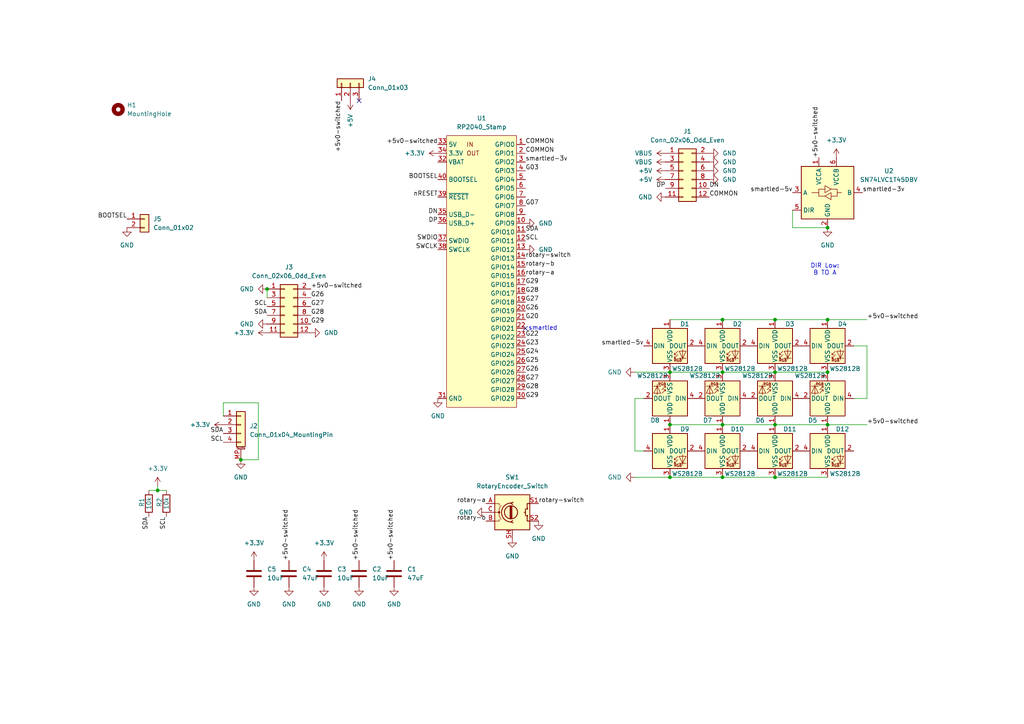
<source format=kicad_sch>
(kicad_sch (version 20231120) (generator "eeschema") (generator_version "8.0")
  (paper "A4")
  (lib_symbols
    (symbol "Connector_Generic:Conn_01x02" (pin_names (offset 1.016) hide)
      (property "Reference" "J" (at 0 2.54 0))
      (property "Value" "Conn_01x02" (at 0 -5.08 0))
      (symbol "Conn_01x02_1_1"
        (rectangle (start -1.27 -2.413) (end 0 -2.667) (stroke (width 0.1524)))
        (rectangle (start -1.27 0.127) (end 0 -0.127) (stroke (width 0.1524)))
        (rectangle (start -1.27 1.27) (end 1.27 -3.81) (stroke (width 0.254)) (fill (type background)))
        (pin passive line (at -5.08 0 0) (length 3.81) (name "Pin_1") (number "1"))
        (pin passive line (at -5.08 -2.54 0) (length 3.81) (name "Pin_2") (number "2"))
      )
    )
    (symbol "Connector_Generic:Conn_01x03" (pin_names (offset 1.016) hide)
      (property "Reference" "J" (at 0 5.08 0))
      (property "Value" "Conn_01x03" (at 0 -5.08 0))
      (symbol "Conn_01x03_1_1"
        (rectangle (start -1.27 -2.413) (end 0 -2.667) (stroke (width 0.1524)))
        (rectangle (start -1.27 0.127) (end 0 -0.127) (stroke (width 0.1524)))
        (rectangle (start -1.27 2.667) (end 0 2.413) (stroke (width 0.1524)))
        (rectangle (start -1.27 3.81) (end 1.27 -3.81) (stroke (width 0.254)) (fill (type background)))
        (pin passive line (at -5.08 2.54 0) (length 3.81) (name "Pin_1") (number "1"))
        (pin passive line (at -5.08 0 0) (length 3.81) (name "Pin_2") (number "2"))
        (pin passive line (at -5.08 -2.54 0) (length 3.81) (name "Pin_3") (number "3"))
      )
    )
    (symbol "Connector_Generic:Conn_02x06_Odd_Even" (pin_names (offset 1.016) hide)
      (property "Reference" "J" (at 1.27 7.62 0))
      (property "Value" "Conn_02x06_Odd_Even" (at 1.27 -10.16 0))
      (symbol "Conn_02x06_Odd_Even_1_1"
        (rectangle (start -1.27 -7.493) (end 0 -7.747) (stroke (width 0.1524)))
        (rectangle (start -1.27 -4.953) (end 0 -5.207) (stroke (width 0.1524)))
        (rectangle (start -1.27 -2.413) (end 0 -2.667) (stroke (width 0.1524)))
        (rectangle (start -1.27 0.127) (end 0 -0.127) (stroke (width 0.1524)))
        (rectangle (start -1.27 2.667) (end 0 2.413) (stroke (width 0.1524)))
        (rectangle (start -1.27 5.207) (end 0 4.953) (stroke (width 0.1524)))
        (rectangle (start -1.27 6.35) (end 3.81 -8.89) (stroke (width 0.254)) (fill (type background)))
        (rectangle (start 3.81 -7.493) (end 2.54 -7.747) (stroke (width 0.1524)))
        (rectangle (start 3.81 -4.953) (end 2.54 -5.207) (stroke (width 0.1524)))
        (rectangle (start 3.81 -2.413) (end 2.54 -2.667) (stroke (width 0.1524)))
        (rectangle (start 3.81 0.127) (end 2.54 -0.127) (stroke (width 0.1524)))
        (rectangle (start 3.81 2.667) (end 2.54 2.413) (stroke (width 0.1524)))
        (rectangle (start 3.81 5.207) (end 2.54 4.953) (stroke (width 0.1524)))
        (pin passive line (at -5.08 5.08 0) (length 3.81) (name "Pin_1") (number "1"))
        (pin passive line (at 7.62 -5.08 180) (length 3.81) (name "Pin_10") (number "10"))
        (pin passive line (at -5.08 -7.62 0) (length 3.81) (name "Pin_11") (number "11"))
        (pin passive line (at 7.62 -7.62 180) (length 3.81) (name "Pin_12") (number "12"))
        (pin passive line (at 7.62 5.08 180) (length 3.81) (name "Pin_2") (number "2"))
        (pin passive line (at -5.08 2.54 0) (length 3.81) (name "Pin_3") (number "3"))
        (pin passive line (at 7.62 2.54 180) (length 3.81) (name "Pin_4") (number "4"))
        (pin passive line (at -5.08 0 0) (length 3.81) (name "Pin_5") (number "5"))
        (pin passive line (at 7.62 0 180) (length 3.81) (name "Pin_6") (number "6"))
        (pin passive line (at -5.08 -2.54 0) (length 3.81) (name "Pin_7") (number "7"))
        (pin passive line (at 7.62 -2.54 180) (length 3.81) (name "Pin_8") (number "8"))
        (pin passive line (at -5.08 -5.08 0) (length 3.81) (name "Pin_9") (number "9"))
      )
    )
    (symbol "Connector_Generic_MountingPin:Conn_01x04_MountingPin" (pin_names (offset 1.016) hide)
      (property "Reference" "J" (at 0 5.08 0))
      (property "Value" "Conn_01x04_MountingPin" (at 1.27 -7.62 0))
      (symbol "Conn_01x04_MountingPin_1_1"
        (rectangle (start -1.27 -4.953) (end 0 -5.207) (stroke (width 0.1524)))
        (rectangle (start -1.27 -2.413) (end 0 -2.667) (stroke (width 0.1524)))
        (rectangle (start -1.27 0.127) (end 0 -0.127) (stroke (width 0.1524)))
        (rectangle (start -1.27 2.667) (end 0 2.413) (stroke (width 0.1524)))
        (rectangle (start -1.27 3.81) (end 1.27 -6.35) (stroke (width 0.254)) (fill (type background)))
        (polyline (pts (xy -1.016 -7.112) (xy 1.016 -7.112)) (stroke (width 0.1524)))
        (text "Mounting" (at 0 -6.731 0) (effects (font (size 0.381 0.381))))
        (pin passive line (at -5.08 2.54 0) (length 3.81) (name "Pin_1") (number "1"))
        (pin passive line (at -5.08 0 0) (length 3.81) (name "Pin_2") (number "2"))
        (pin passive line (at -5.08 -2.54 0) (length 3.81) (name "Pin_3") (number "3"))
        (pin passive line (at -5.08 -5.08 0) (length 3.81) (name "Pin_4") (number "4"))
        (pin passive line (at 0 -10.16 90) (length 3.048) (name "MountPin") (number "MP"))
      )
    )
    (symbol "Device:C" (pin_numbers hide) (pin_names (offset 0.254))
      (property "Reference" "C" (at 0.635 2.54 0))
      (property "Value" "C" (at 0.635 -2.54 0))
      (symbol "C_0_1"
        (polyline (pts (xy -2.032 -0.762) (xy 2.032 -0.762)) (stroke (width 0.508)))
        (polyline (pts (xy -2.032 0.762) (xy 2.032 0.762)) (stroke (width 0.508)))
      )
      (symbol "C_1_1"
        (pin passive line (at 0 3.81 270) (length 2.794) (name "~") (number "1"))
        (pin passive line (at 0 -3.81 90) (length 2.794) (name "~") (number "2"))
      )
    )
    (symbol "Device:R" (pin_numbers hide) (pin_names (offset 0))
      (property "Reference" "R" (at 2.032 0 90))
      (property "Value" "R" (at 0 0 90))
      (symbol "R_0_1"
        (rectangle (start -1.016 -2.54) (end 1.016 2.54) (stroke (width 0.254)))
      )
      (symbol "R_1_1"
        (pin passive line (at 0 3.81 270) (length 1.27) (name "~") (number "1"))
        (pin passive line (at 0 -3.81 90) (length 1.27) (name "~") (number "2"))
      )
    )
    (symbol "Device:RotaryEncoder_Switch_MP" (pin_names (offset 0.254) hide)
      (property "Reference" "SW1" (at 0 10.16 0))
      (property "Value" "RotaryEncoder_Switch" (at 0 7.62 0))
      (symbol "RotaryEncoder_Switch_MP_0_1"
        (rectangle (start -5.08 5.08) (end 5.08 -5.08) (stroke (width 0.254)) (fill (type background)))
        (circle (center -3.81 0) (radius 0.254) (fill (type outline)))
        (circle (center -0.381 0) (radius 1.905) (stroke (width 0.254)))
        (arc (start -0.381 2.667) (mid -3.0988 -0.0635) (end -0.381 -2.794) (stroke (width 0.254)))
        (polyline (pts (xy -0.635 -1.778) (xy -0.635 1.778)) (stroke (width 0.254)))
        (polyline (pts (xy -0.381 -1.778) (xy -0.381 1.778)) (stroke (width 0.254)))
        (polyline (pts (xy -0.127 1.778) (xy -0.127 -1.778)) (stroke (width 0.254)))
        (polyline (pts (xy 3.81 0) (xy 3.429 0)) (stroke (width 0.254)))
        (polyline (pts (xy 3.81 1.016) (xy 3.81 -1.016)) (stroke (width 0.254)))
        (polyline (pts (xy -5.08 -2.54) (xy -3.81 -2.54) (xy -3.81 -2.032)))
        (polyline (pts (xy -5.08 2.54) (xy -3.81 2.54) (xy -3.81 2.032)))
        (polyline (pts (xy 0.254 -3.048) (xy -0.508 -2.794) (xy 0.127 -2.413)) (stroke (width 0.254)))
        (polyline (pts (xy 0.254 2.921) (xy -0.508 2.667) (xy 0.127 2.286)) (stroke (width 0.254)))
        (polyline (pts (xy 5.08 -2.54) (xy 4.318 -2.54) (xy 4.318 -1.016)) (stroke (width 0.254)))
        (polyline (pts (xy 5.08 2.54) (xy 4.318 2.54) (xy 4.318 1.016)) (stroke (width 0.254)))
        (polyline (pts (xy -5.08 0) (xy -3.81 0) (xy -3.81 -1.016) (xy -3.302 -2.032)))
        (polyline (pts (xy -4.318 0) (xy -3.81 0) (xy -3.81 1.016) (xy -3.302 2.032)))
        (circle (center 4.318 -1.016) (radius 0.127) (stroke (width 0.254)))
        (circle (center 4.318 1.016) (radius 0.127) (stroke (width 0.254)))
      )
      (symbol "RotaryEncoder_Switch_MP_1_1"
        (pin passive line (at -7.62 2.54 0) (length 2.54) (name "A") (number "A"))
        (pin passive line (at -7.62 -2.54 0) (length 2.54) (name "B") (number "B"))
        (pin passive line (at -7.62 0 0) (length 2.54) (name "C") (number "C"))
        (pin passive line (at 7.62 2.54 180) (length 2.54) (name "S1") (number "S1"))
        (pin passive line (at 7.62 -2.54 180) (length 2.54) (name "S2") (number "S2"))
        (pin passive line (at 0 -7.62 90) (length 2.54) (name "SH") (number "SH"))
      )
    )
    (symbol "LED:WS2812B" (pin_names (offset 0.254))
      (property "Reference" "D" (at 5.08 5.715 0))
      (property "Value" "WS2812B" (at 1.27 -5.715 0))
      (symbol "WS2812B_0_0"
        (text "RGB" (at 2.286 -4.191 0) (effects (font (size 0.762 0.762))))
      )
      (symbol "WS2812B_0_1"
        (polyline (pts (xy 1.27 -3.556) (xy 1.778 -3.556)))
        (polyline (pts (xy 1.27 -2.54) (xy 1.778 -2.54)))
        (polyline (pts (xy 4.699 -3.556) (xy 2.667 -3.556)))
        (polyline (pts (xy 2.286 -2.54) (xy 1.27 -3.556) (xy 1.27 -3.048)))
        (polyline (pts (xy 2.286 -1.524) (xy 1.27 -2.54) (xy 1.27 -2.032)))
        (polyline (pts (xy 3.683 -1.016) (xy 3.683 -3.556) (xy 3.683 -4.064)))
        (polyline (pts (xy 4.699 -1.524) (xy 2.667 -1.524) (xy 3.683 -3.556) (xy 4.699 -1.524)))
        (rectangle (start 5.08 5.08) (end -5.08 -5.08) (stroke (width 0.254)) (fill (type background)))
      )
      (symbol "WS2812B_1_1"
        (pin power_in line (at 0 7.62 270) (length 2.54) (name "VDD") (number "1"))
        (pin output line (at 7.62 0 180) (length 2.54) (name "DOUT") (number "2"))
        (pin power_in line (at 0 -7.62 90) (length 2.54) (name "VSS") (number "3"))
        (pin input line (at -7.62 0 0) (length 2.54) (name "DIN") (number "4"))
      )
    )
    (symbol "Logic_LevelTranslator:SN74LVC1T45DBV"
      (property "Reference" "U" (at -6.35 8.89 0))
      (property "Value" "SN74LVC1T45DBV" (at 3.81 8.89 0))
      (symbol "SN74LVC1T45DBV_0_1"
        (rectangle (start -7.62 7.62) (end 7.62 -7.62) (stroke (width 0.254)) (fill (type background)))
        (polyline (pts (xy -2.54 0) (xy -2.54 1.016) (xy -0.762 1.016)))
        (polyline (pts (xy 2.794 0) (xy 2.794 -1.016) (xy 1.016 -1.016)))
        (polyline (pts (xy -0.762 -1.016) (xy -2.54 -1.016) (xy -2.54 0) (xy -4.572 0)))
        (polyline (pts (xy -0.762 0) (xy -0.762 2.032) (xy 1.016 1.016) (xy -0.762 0)))
        (polyline (pts (xy 1.016 1.016) (xy 2.794 1.016) (xy 2.794 0) (xy 4.064 0)))
        (polyline (pts (xy 1.016 0) (xy 1.016 -1.778) (xy 1.016 -2.032) (xy -0.762 -1.016) (xy 1.016 0)))
      )
      (symbol "SN74LVC1T45DBV_1_1"
        (pin power_in line (at -2.54 10.16 270) (length 2.54) (name "VCCA") (number "1"))
        (pin power_in line (at 0 -10.16 90) (length 2.54) (name "GND") (number "2"))
        (pin bidirectional line (at -10.16 0 0) (length 2.54) (name "A") (number "3"))
        (pin bidirectional line (at 10.16 0 180) (length 2.54) (name "B") (number "4"))
        (pin input line (at -10.16 -5.08 0) (length 2.54) (name "DIR") (number "5"))
        (pin power_in line (at 2.54 10.16 270) (length 2.54) (name "VCCB") (number "6"))
      )
    )
    (symbol "Mechanical:MountingHole" (pin_names (offset 1.016)) (exclude_from_sim yes) (in_bom no)
      (property "Reference" "H" (at 0 5.08 0))
      (property "Value" "MountingHole" (at 0 3.175 0))
      (symbol "MountingHole_0_1"
        (circle (center 0 0) (radius 1.27) (stroke (width 1.27)))
      )
    )
    (symbol "RP2xxx_Stamp:RP2040_Stamp"
      (property "Reference" "U" (at 10.16 43.18 0))
      (property "Value" "RP2040_Stamp" (at 0 -38.1 0))
      (symbol "RP2040_Stamp_0_0"
        (text "IN" (at -4.445 39.37 0) (effects (font (size 1.27 1.27)) (justify left)))
        (text "OUT" (at -4.445 36.83 0) (effects (font (size 1.27 1.27)) (justify left)))
        (pin bidirectional line (at 12.7 39.37 180) (length 2.54) (name "GPIO0") (number "1"))
        (pin bidirectional line (at 12.7 16.51 180) (length 2.54) (name "GPIO9") (number "10"))
        (pin bidirectional line (at 12.7 13.97 180) (length 2.54) (name "GPIO10") (number "11"))
        (pin bidirectional line (at 12.7 11.43 180) (length 2.54) (name "GPIO11") (number "12"))
        (pin bidirectional line (at 12.7 8.89 180) (length 2.54) (name "GPIO12") (number "13"))
        (pin bidirectional line (at 12.7 6.35 180) (length 2.54) (name "GPIO13") (number "14"))
        (pin bidirectional line (at 12.7 3.81 180) (length 2.54) (name "GPIO14") (number "15"))
        (pin bidirectional line (at 12.7 1.27 180) (length 2.54) (name "GPIO15") (number "16"))
        (pin bidirectional line (at 12.7 -1.27 180) (length 2.54) (name "GPIO16") (number "17"))
        (pin bidirectional line (at 12.7 -3.81 180) (length 2.54) (name "GPIO17") (number "18"))
        (pin bidirectional line (at 12.7 -6.35 180) (length 2.54) (name "GPIO18") (number "19"))
        (pin bidirectional line (at 12.7 36.83 180) (length 2.54) (name "GPIO1") (number "2"))
        (pin bidirectional line (at 12.7 -8.89 180) (length 2.54) (name "GPIO19") (number "20"))
        (pin bidirectional line (at 12.7 -11.43 180) (length 2.54) (name "GPIO20") (number "21"))
        (pin bidirectional line (at 12.7 -13.97 180) (length 2.54) (name "GPIO21") (number "22"))
        (pin bidirectional line (at 12.7 -16.51 180) (length 2.54) (name "GPIO22") (number "23"))
        (pin bidirectional line (at 12.7 -19.05 180) (length 2.54) (name "GPIO23") (number "24"))
        (pin bidirectional line (at 12.7 -21.59 180) (length 2.54) (name "GPIO24") (number "25"))
        (pin bidirectional line (at 12.7 -24.13 180) (length 2.54) (name "GPIO25") (number "26"))
        (pin bidirectional line (at 12.7 -26.67 180) (length 2.54) (name "GPIO26") (number "27"))
        (pin bidirectional line (at 12.7 -29.21 180) (length 2.54) (name "GPIO27") (number "28"))
        (pin bidirectional line (at 12.7 -31.75 180) (length 2.54) (name "GPIO28") (number "29"))
        (pin bidirectional line (at 12.7 34.29 180) (length 2.54) (name "GPIO2") (number "3"))
        (pin bidirectional line (at 12.7 -34.29 180) (length 2.54) (name "GPIO29") (number "30"))
        (pin power_in line (at -12.7 -34.29 0) (length 2.54) (name "GND") (number "31"))
        (pin power_in line (at -12.7 34.29 0) (length 2.54) (name "VBAT") (number "32"))
        (pin power_in line (at -12.7 39.37 0) (length 2.54) (name "5V") (number "33"))
        (pin power_out line (at -12.7 36.83 0) (length 2.54) (name "3.3V") (number "34"))
        (pin bidirectional line (at -12.7 19.05 0) (length 2.54) (name "USB_D-") (number "35"))
        (pin bidirectional line (at -12.7 16.51 0) (length 2.54) (name "USB_D+") (number "36"))
        (pin bidirectional line (at -12.7 11.43 0) (length 2.54) (name "SWDIO") (number "37"))
        (pin input line (at -12.7 8.89 0) (length 2.54) (name "SWCLK") (number "38"))
        (pin bidirectional line (at -12.7 24.13 0) (length 2.54) (name "~{RESET}") (number "39"))
        (pin bidirectional line (at 12.7 31.75 180) (length 2.54) (name "GPIO3") (number "4"))
        (pin input line (at -12.7 29.21 0) (length 2.54) (name "BOOTSEL") (number "40"))
        (pin bidirectional line (at 12.7 29.21 180) (length 2.54) (name "GPIO4") (number "5"))
        (pin bidirectional line (at 12.7 26.67 180) (length 2.54) (name "GPIO5") (number "6"))
        (pin bidirectional line (at 12.7 24.13 180) (length 2.54) (name "GPIO6") (number "7"))
        (pin bidirectional line (at 12.7 21.59 180) (length 2.54) (name "GPIO7") (number "8"))
        (pin bidirectional line (at 12.7 19.05 180) (length 2.54) (name "GPIO8") (number "9"))
      )
      (symbol "RP2040_Stamp_0_1"
        (rectangle (start -10.16 41.91) (end 10.16 -36.83) (stroke (width 0.1524)) (fill (type background)))
      )
    )
    (symbol "power:+3.3V" (power) (pin_numbers hide) (pin_names (offset 0) hide)
      (property "Value" "+3.3V" (at 0 3.556 0))
      (symbol "+3.3V_0_1"
        (polyline (pts (xy -0.762 1.27) (xy 0 2.54)))
        (polyline (pts (xy 0 0) (xy 0 2.54)))
        (polyline (pts (xy 0 2.54) (xy 0.762 1.27)))
      )
      (symbol "+3.3V_1_1"
        (pin power_in line (at 0 0 90) (length 0) (name "~") (number "1"))
      )
    )
    (symbol "power:+5V" (power) (pin_numbers hide) (pin_names (offset 0) hide)
      (property "Value" "+5V" (at 0 3.556 0))
      (symbol "+5V_0_1"
        (polyline (pts (xy -0.762 1.27) (xy 0 2.54)))
        (polyline (pts (xy 0 0) (xy 0 2.54)))
        (polyline (pts (xy 0 2.54) (xy 0.762 1.27)))
      )
      (symbol "+5V_1_1"
        (pin power_in line (at 0 0 90) (length 0) (name "~") (number "1"))
      )
    )
    (symbol "power:GND" (power) (pin_numbers hide) (pin_names (offset 0) hide)
      (property "Value" "GND" (at 0 -3.81 0))
      (symbol "GND_0_1"
        (polyline (pts (xy 0 0) (xy 0 -1.27) (xy 1.27 -1.27) (xy 0 -2.54) (xy -1.27 -1.27) (xy 0 -1.27)))
      )
      (symbol "GND_1_1"
        (pin power_in line (at 0 0 270) (length 0) (name "~") (number "1"))
      )
    )
    (symbol "power:VBUS" (power) (pin_numbers hide) (pin_names (offset 0) hide)
      (property "Value" "VBUS" (at 0 3.556 0))
      (symbol "VBUS_0_1"
        (polyline (pts (xy -0.762 1.27) (xy 0 2.54)))
        (polyline (pts (xy 0 0) (xy 0 2.54)))
        (polyline (pts (xy 0 2.54) (xy 0.762 1.27)))
      )
      (symbol "VBUS_1_1"
        (pin power_in line (at 0 0 90) (length 0) (name "~") (number "1"))
      )
    )
  )
  (junction (at 209.55 92.71))
  (junction (at 194.31 123.19))
  (junction (at 209.55 138.43))
  (junction (at 69.85 133.35))
  (junction (at 240.03 66.04))
  (junction (at 209.55 107.95))
  (junction (at 45.72 142.24))
  (junction (at 240.03 107.95))
  (junction (at 224.79 123.19))
  (junction (at 224.79 92.71))
  (junction (at 77.47 83.82))
  (junction (at 194.31 138.43))
  (junction (at 209.55 123.19))
  (junction (at 224.79 107.95))
  (junction (at 224.79 138.43))
  (junction (at 240.03 92.71))
  (junction (at 194.31 107.95))
  (junction (at 240.03 123.19))
  (no_connect (at 104.14 29.21))
  (no_connect (at 152.4 95.25))
  (wire (pts (xy 194.31 92.71) (xy 209.55 92.71)))
  (wire (pts (xy 224.79 107.95) (xy 240.03 107.95)))
  (wire (pts (xy 247.65 100.33) (xy 251.46 100.33)))
  (wire (pts (xy 194.31 138.43) (xy 209.55 138.43)))
  (wire (pts (xy 194.31 107.95) (xy 209.55 107.95)))
  (wire (pts (xy 209.55 123.19) (xy 224.79 123.19)))
  (wire (pts (xy 184.15 107.95) (xy 194.31 107.95)))
  (wire (pts (xy 184.15 130.81) (xy 186.69 130.81)))
  (wire (pts (xy 184.15 138.43) (xy 194.31 138.43)))
  (wire (pts (xy 224.79 138.43) (xy 240.03 138.43)))
  (wire (pts (xy 209.55 138.43) (xy 224.79 138.43)))
  (wire (pts (xy 64.77 116.84) (xy 64.77 120.65)))
  (wire (pts (xy 209.55 92.71) (xy 224.79 92.71)))
  (wire (pts (xy 69.85 133.35) (xy 74.93 133.35)))
  (wire (pts (xy 45.72 142.24) (xy 45.72 140.97)))
  (wire (pts (xy 229.87 66.04) (xy 229.87 60.96)))
  (wire (pts (xy 209.55 107.95) (xy 224.79 107.95)))
  (wire (pts (xy 74.93 133.35) (xy 74.93 116.84)))
  (wire (pts (xy 240.03 92.71) (xy 251.46 92.71)))
  (wire (pts (xy 74.93 116.84) (xy 64.77 116.84)))
  (wire (pts (xy 77.47 83.82) (xy 77.47 86.36)))
  (wire (pts (xy 48.26 142.24) (xy 45.72 142.24)))
  (wire (pts (xy 43.18 142.24) (xy 45.72 142.24)))
  (wire (pts (xy 224.79 92.71) (xy 240.03 92.71)))
  (wire (pts (xy 194.31 123.19) (xy 209.55 123.19)))
  (wire (pts (xy 251.46 115.57) (xy 247.65 115.57)))
  (wire (pts (xy 240.03 66.04) (xy 229.87 66.04)))
  (wire (pts (xy 251.46 100.33) (xy 251.46 115.57)))
  (wire (pts (xy 224.79 123.19) (xy 240.03 123.19)))
  (wire (pts (xy 184.15 115.57) (xy 184.15 130.81)))
  (wire (pts (xy 186.69 115.57) (xy 184.15 115.57)))
  (wire (pts (xy 240.03 123.19) (xy 251.46 123.19)))
  (text "DIR Low:\nB TO A" (at 239.268 78.232 0) (effects (font (size 1.27 1.27))))
  (text "smartled" (at 157.48 95.25 0) (effects (font (size 1.27 1.27))))
  (label "nRESET" (at 127 57.15 180))
  (label "G29" (at 152.4 82.55 0))
  (label "rotary-a" (at 152.4 80.01 0))
  (label "smartled-5v" (at 186.69 100.33 180))
  (label "G03" (at 152.4 49.53 0))
  (label "G28" (at 152.4 113.03 0))
  (label "rotary-a" (at 140.97 146.05 180))
  (label "G23" (at 152.4 100.33 0))
  (label "G22" (at 152.4 97.79 0))
  (label "BOOTSEL" (at 127 52.07 180))
  (label "+5v0-switched" (at 237.49 45.72 90))
  (label "G27" (at 152.4 110.49 0))
  (label "COMMON" (at 152.4 44.45 0))
  (label "rotary-b" (at 140.97 151.13 180))
  (label "G20" (at 152.4 92.71 0))
  (label "G27" (at 152.4 87.63 0))
  (label "+5v0-switched" (at 251.46 92.71 0))
  (label "G26" (at 152.4 90.17 0))
  (label "SWDIO" (at 127 69.85 180))
  (label "DP" (at 193.04 54.61 180))
  (label "DN" (at 205.74 54.61 0))
  (label "SCL" (at 152.4 69.85 0))
  (label "rotary-switch" (at 152.4 74.93 0))
  (label "G07" (at 152.4 59.69 0))
  (label "G29" (at 90.17 93.98 0))
  (label "smartled-3v" (at 152.4 46.99 0))
  (label "COMMON" (at 152.4 41.91 0))
  (label "SDA" (at 43.18 149.86 270))
  (label "+5v0-switched" (at 127 41.91 180))
  (label "+5v0-switched" (at 83.82 162.56 90))
  (label "G24" (at 152.4 102.87 0))
  (label "+5v0-switched" (at 90.17 83.82 0))
  (label "G26" (at 152.4 107.95 0))
  (label "BOOTSEL" (at 36.83 63.5 180))
  (label "SDA" (at 64.77 125.73 180))
  (label "+5v0-switched" (at 114.3 162.56 90))
  (label "COMMON" (at 205.74 57.15 0))
  (label "G27" (at 90.17 88.9 0))
  (label "DP" (at 127 64.77 180))
  (label "G29" (at 152.4 115.57 0))
  (label "+5v0-switched" (at 99.06 29.21 270))
  (label "G28" (at 90.17 91.44 0))
  (label "SCL" (at 64.77 128.27 180))
  (label "DN" (at 127 62.23 180))
  (label "+5v0-switched" (at 251.46 123.19 0))
  (label "SDA" (at 152.4 67.31 0))
  (label "rotary-b" (at 152.4 77.47 0))
  (label "G25" (at 152.4 105.41 0))
  (label "SCL" (at 48.26 149.86 270))
  (label "rotary-switch" (at 156.21 146.05 0))
  (label "SCL" (at 77.47 88.9 180))
  (label "smartled-3v" (at 250.19 55.88 0))
  (label "+5v0-switched" (at 104.14 162.56 90))
  (label "SWCLK" (at 127 72.39 180))
  (label "G26" (at 90.17 86.36 0))
  (label "smartled-5v" (at 229.87 55.88 180))
  (label "G28" (at 152.4 85.09 0))
  (label "SDA" (at 77.47 91.44 180))
  (symbol (lib_id "power:GND") (at 83.82 170.18 0) (unit 1)
    (property "Reference" "#PWR035" (effects (hide yes)))
    (property "Value" "GND" (at 83.82 175.26 0))
    (property "Description" "Power symbol creates a global label with name \"GND\" , ground" (effects (hide yes)))
  )
  (symbol (lib_id "Mechanical:MountingHole") (at 34.29 31.75 0) (unit 1) (exclude_from_sim yes) (in_bom no)
    (property "Reference" "H1" (at 36.83 30.4799 0) (effects (justify left)))
    (property "Value" "MountingHole" (at 36.83 33.0199 0) (effects (justify left)))
    (property "Footprint" "MountingHole:MountingHole_3.2mm_M3" (effects (hide yes)))
    (property "Description" "Mounting Hole without connection" (effects (hide yes)))
  )
  (symbol (lib_id "power:GND") (at 152.4 64.77 90) (unit 1)
    (property "Reference" "#PWR018" (effects (hide yes)))
    (property "Value" "GND" (at 156.21 64.7699 90) (effects (justify right)))
    (property "Description" "Power symbol creates a global label with name \"GND\" , ground" (effects (hide yes)))
  )
  (symbol (lib_id "Device:R") (at 43.18 146.05 0) (unit 1)
    (property "Reference" "R1" (at 41.148 147.066 90) (effects (justify left)))
    (property "Value" "10k" (at 43.18 147.828 90) (effects (justify left)))
    (property "Footprint" "Resistor_SMD:R_0603_1608Metric" (effects (hide yes)))
    (property "Description" "Resistor" (effects (hide yes)))
  )
  (symbol (lib_id "power:+3.3V") (at 93.98 162.56 0) (unit 1)
    (property "Reference" "#PWR034" (effects (hide yes)))
    (property "Value" "+3.3V" (at 93.98 157.48 0))
    (property "Description" "Power symbol creates a global label with name \"+3.3V\"" (effects (hide yes)))
  )
  (symbol (lib_id "power:GND") (at 240.03 66.04 0) (unit 1)
    (property "Reference" "#PWR026" (effects (hide yes)))
    (property "Value" "GND" (at 240.03 71.12 0))
    (property "Description" "Power symbol creates a global label with name \"GND\" , ground" (effects (hide yes)))
  )
  (symbol (lib_id "power:GND") (at 127 115.57 0) (unit 1)
    (property "Reference" "#PWR01" (effects (hide yes)))
    (property "Value" "GND" (at 127 120.65 0))
    (property "Description" "Power symbol creates a global label with name \"GND\" , ground" (effects (hide yes)))
  )
  (symbol (lib_id "LED:WS2812B") (at 224.79 130.81 0) (unit 1)
    (property "Reference" "D11" (at 229.108 124.46 0))
    (property "Value" "WS2812B" (at 229.87 137.414 0))
    (property "Footprint" "LED_SMD:LED_WS2812B_PLCC4_5.0x5.0mm_P3.2mm" (effects (hide yes)))
    (property "Datasheet" "https://cdn-shop.adafruit.com/datasheets/WS2812B.pdf" (effects (hide yes)))
    (property "Description" "RGB LED with integrated controller" (effects (hide yes)))
  )
  (symbol (lib_id "LED:WS2812B") (at 224.79 100.33 0) (unit 1)
    (property "Reference" "D3" (at 229.108 93.98 0))
    (property "Value" "WS2812B" (at 229.87 106.934 0))
    (property "Footprint" "LED_SMD:LED_WS2812B_PLCC4_5.0x5.0mm_P3.2mm" (effects (hide yes)))
    (property "Datasheet" "https://cdn-shop.adafruit.com/datasheets/WS2812B.pdf" (effects (hide yes)))
    (property "Description" "RGB LED with integrated controller" (effects (hide yes)))
  )
  (symbol (lib_id "power:GND") (at 90.17 96.52 90) (unit 1)
    (property "Reference" "#PWR020" (effects (hide yes)))
    (property "Value" "GND" (at 93.98 96.5199 90) (effects (justify right)))
    (property "Description" "Power symbol creates a global label with name \"GND\" , ground" (effects (hide yes)))
  )
  (symbol (lib_id "LED:WS2812B") (at 240.03 130.81 0) (unit 1)
    (property "Reference" "D12" (at 244.348 124.46 0))
    (property "Value" "WS2812B" (at 245.11 137.414 0))
    (property "Footprint" "LED_SMD:LED_WS2812B_PLCC4_5.0x5.0mm_P3.2mm" (effects (hide yes)))
    (property "Datasheet" "https://cdn-shop.adafruit.com/datasheets/WS2812B.pdf" (effects (hide yes)))
    (property "Description" "RGB LED with integrated controller" (effects (hide yes)))
  )
  (symbol (lib_id "power:+5V") (at 193.04 49.53 90) (unit 1)
    (property "Reference" "#PWR04" (effects (hide yes)))
    (property "Value" "+5V" (at 189.23 49.5299 90) (effects (justify left)))
    (property "Description" "Power symbol creates a global label with name \"+5V\"" (effects (hide yes)))
  )
  (symbol (lib_id "LED:WS2812B") (at 209.55 130.81 0) (unit 1)
    (property "Reference" "D10" (at 213.868 124.46 0))
    (property "Value" "WS2812B" (at 214.63 137.414 0))
    (property "Footprint" "LED_SMD:LED_WS2812B_PLCC4_5.0x5.0mm_P3.2mm" (effects (hide yes)))
    (property "Datasheet" "https://cdn-shop.adafruit.com/datasheets/WS2812B.pdf" (effects (hide yes)))
    (property "Description" "RGB LED with integrated controller" (effects (hide yes)))
  )
  (symbol (lib_id "Logic_LevelTranslator:SN74LVC1T45DBV") (at 240.03 55.88 0) (unit 1)
    (property "Reference" "U2" (at 257.81 49.5614 0))
    (property "Value" "SN74LVC1T45DBV" (at 257.81 52.1014 0))
    (property "Footprint" "Package_TO_SOT_SMD:SOT-23-6" (effects (hide yes)))
    (property "Datasheet" "http://www.ti.com/lit/ds/symlink/sn74lvc1t45.pdf" (effects (hide yes)))
    (property "Description" "Single-Bit Dual-Supply Bus Transceiver With Configurable Voltage Translation and 3-State Outputs, SOT-23-6" (effects (hide yes)))
  )
  (symbol (lib_id "power:GND") (at 104.14 170.18 0) (unit 1)
    (property "Reference" "#PWR019" (effects (hide yes)))
    (property "Value" "GND" (at 104.14 175.26 0))
    (property "Description" "Power symbol creates a global label with name \"GND\" , ground" (effects (hide yes)))
  )
  (symbol (lib_id "power:GND") (at 77.47 93.98 270) (unit 1)
    (property "Reference" "#PWR022" (effects (hide yes)))
    (property "Value" "GND" (at 73.66 93.9799 90) (effects (justify right)))
    (property "Description" "Power symbol creates a global label with name \"GND\" , ground" (effects (hide yes)))
  )
  (symbol (lib_id "power:GND") (at 205.74 49.53 90) (unit 1)
    (property "Reference" "#PWR09" (effects (hide yes)))
    (property "Value" "GND" (at 209.55 49.5299 90) (effects (justify right)))
    (property "Description" "Power symbol creates a global label with name \"GND\" , ground" (effects (hide yes)))
  )
  (symbol (lib_id "power:GND") (at 69.85 133.35 0) (unit 1)
    (property "Reference" "#PWR028" (effects (hide yes)))
    (property "Value" "GND" (at 69.85 138.43 0))
    (property "Description" "Power symbol creates a global label with name \"GND\" , ground" (effects (hide yes)))
  )
  (symbol (lib_id "LED:WS2812B") (at 224.79 115.57 180) (unit 1)
    (property "Reference" "D6" (at 220.472 121.92 0))
    (property "Value" "WS2812B" (at 219.71 108.966 0))
    (property "Footprint" "LED_SMD:LED_WS2812B_PLCC4_5.0x5.0mm_P3.2mm" (effects (hide yes)))
    (property "Datasheet" "https://cdn-shop.adafruit.com/datasheets/WS2812B.pdf" (effects (hide yes)))
    (property "Description" "RGB LED with integrated controller" (effects (hide yes)))
  )
  (symbol (lib_id "RP2xxx_Stamp:RP2040_Stamp") (at 139.7 81.28 0) (unit 1)
    (property "Reference" "U1" (at 139.7 34.29 0))
    (property "Value" "RP2040_Stamp" (at 139.7 36.83 0))
    (property "Footprint" "RP2xxx_Stamp:RP2xxx_Stamp_SMD" (effects (hide yes)))
  )
  (symbol (lib_id "power:GND") (at 73.66 170.18 0) (unit 1)
    (property "Reference" "#PWR036" (effects (hide yes)))
    (property "Value" "GND" (at 73.66 175.26 0))
    (property "Description" "Power symbol creates a global label with name \"GND\" , ground" (effects (hide yes)))
  )
  (symbol (lib_id "power:+3.3V") (at 64.77 123.19 90) (unit 1)
    (property "Reference" "#PWR029" (effects (hide yes)))
    (property "Value" "+3.3V" (at 60.96 123.1899 90) (effects (justify left)))
    (property "Description" "Power symbol creates a global label with name \"+3.3V\"" (effects (hide yes)))
  )
  (symbol (lib_id "Device:C") (at 114.3 166.37 0) (unit 1)
    (property "Reference" "C1" (at 118.11 165.0999 0) (effects (justify left)))
    (property "Value" "47uF" (at 118.11 167.6399 0) (effects (justify left)))
    (property "Footprint" "Capacitor_SMD:C_0805_2012Metric" (effects (hide yes)))
    (property "Description" "Unpolarized capacitor" (effects (hide yes)))
  )
  (symbol (lib_id "Device:C") (at 93.98 166.37 0) (unit 1)
    (property "Reference" "C3" (at 97.79 165.0999 0) (effects (justify left)))
    (property "Value" "10uF" (at 97.79 167.6399 0) (effects (justify left)))
    (property "Footprint" "Capacitor_SMD:C_0805_2012Metric" (effects (hide yes)))
    (property "Description" "Unpolarized capacitor" (effects (hide yes)))
  )
  (symbol (lib_id "power:GND") (at 36.83 66.04 0) (unit 1)
    (property "Reference" "#PWR037" (effects (hide yes)))
    (property "Value" "GND" (at 36.83 71.12 0))
    (property "Description" "Power symbol creates a global label with name \"GND\" , ground" (effects (hide yes)))
  )
  (symbol (lib_id "LED:WS2812B") (at 194.31 115.57 180) (unit 1)
    (property "Reference" "D8" (at 189.992 121.92 0))
    (property "Value" "WS2812B" (at 189.23 108.966 0))
    (property "Footprint" "LED_SMD:LED_WS2812B_PLCC4_5.0x5.0mm_P3.2mm" (effects (hide yes)))
    (property "Datasheet" "https://cdn-shop.adafruit.com/datasheets/WS2812B.pdf" (effects (hide yes)))
    (property "Description" "RGB LED with integrated controller" (effects (hide yes)))
  )
  (symbol (lib_id "LED:WS2812B") (at 209.55 115.57 180) (unit 1)
    (property "Reference" "D7" (at 205.232 121.92 0))
    (property "Value" "WS2812B" (at 204.47 108.966 0))
    (property "Footprint" "LED_SMD:LED_WS2812B_PLCC4_5.0x5.0mm_P3.2mm" (effects (hide yes)))
    (property "Datasheet" "https://cdn-shop.adafruit.com/datasheets/WS2812B.pdf" (effects (hide yes)))
    (property "Description" "RGB LED with integrated controller" (effects (hide yes)))
  )
  (symbol (lib_id "power:GND") (at 77.47 83.82 270) (unit 1)
    (property "Reference" "#PWR013" (effects (hide yes)))
    (property "Value" "GND" (at 73.66 83.8199 90) (effects (justify right)))
    (property "Description" "Power symbol creates a global label with name \"GND\" , ground" (effects (hide yes)))
  )
  (symbol (lib_id "Device:C") (at 83.82 166.37 0) (unit 1)
    (property "Reference" "C4" (at 87.63 165.0999 0) (effects (justify left)))
    (property "Value" "47uF" (at 87.63 167.6399 0) (effects (justify left)))
    (property "Footprint" "Capacitor_SMD:C_0805_2012Metric" (effects (hide yes)))
    (property "Description" "Unpolarized capacitor" (effects (hide yes)))
  )
  (symbol (lib_id "Connector_Generic:Conn_02x06_Odd_Even") (at 82.55 88.9 0) (unit 1)
    (property "Reference" "J3" (at 83.82 77.47 0))
    (property "Value" "Conn_02x06_Odd_Even" (at 83.82 80.01 0))
    (property "Footprint" "Connector_PinHeader_2.54mm:PinHeader_2x06_P2.54mm_Vertical_SMD" (effects (hide yes)))
    (property "Description" "Generic connector, double row, 02x06, odd/even pin numbering scheme (row 1 odd numbers, row 2 even numbers), script generated (kicad-library-utils/schlib/autogen/connector/)" (effects (hide yes)))
  )
  (symbol (lib_id "power:+3.3V") (at 127 44.45 90) (unit 1)
    (property "Reference" "#PWR012" (effects (hide yes)))
    (property "Value" "+3.3V" (at 123.19 44.4499 90) (effects (justify left)))
    (property "Description" "Power symbol creates a global label with name \"+3.3V\"" (effects (hide yes)))
  )
  (symbol (lib_id "LED:WS2812B") (at 240.03 115.57 180) (unit 1)
    (property "Reference" "D5" (at 235.712 121.92 0))
    (property "Value" "WS2812B" (at 234.95 108.966 0))
    (property "Footprint" "LED_SMD:LED_WS2812B_PLCC4_5.0x5.0mm_P3.2mm" (effects (hide yes)))
    (property "Datasheet" "https://cdn-shop.adafruit.com/datasheets/WS2812B.pdf" (effects (hide yes)))
    (property "Description" "RGB LED with integrated controller" (effects (hide yes)))
  )
  (symbol (lib_id "power:+3.3V") (at 242.57 45.72 0) (unit 1)
    (property "Reference" "#PWR027" (effects (hide yes)))
    (property "Value" "+3.3V" (at 242.57 40.64 0))
    (property "Description" "Power symbol creates a global label with name \"+3.3V\"" (effects (hide yes)))
  )
  (symbol (lib_id "power:GND") (at 205.74 44.45 90) (unit 1)
    (property "Reference" "#PWR07" (effects (hide yes)))
    (property "Value" "GND" (at 209.55 44.4499 90) (effects (justify right)))
    (property "Description" "Power symbol creates a global label with name \"GND\" , ground" (effects (hide yes)))
  )
  (symbol (lib_id "power:GND") (at 205.74 46.99 90) (unit 1)
    (property "Reference" "#PWR08" (effects (hide yes)))
    (property "Value" "GND" (at 209.55 46.9899 90) (effects (justify right)))
    (property "Description" "Power symbol creates a global label with name \"GND\" , ground" (effects (hide yes)))
  )
  (symbol (lib_id "Connector_Generic:Conn_01x02") (at 41.91 63.5 0) (unit 1)
    (property "Reference" "J5" (at 44.45 63.4999 0) (effects (justify left)))
    (property "Value" "Conn_01x02" (at 44.45 66.0399 0) (effects (justify left)))
    (property "Footprint" "Connector_PinHeader_2.54mm:PinHeader_1x02_P2.54mm_Vertical" (effects (hide yes)))
    (property "Description" "Generic connector, single row, 01x02, script generated (kicad-library-utils/schlib/autogen/connector/)" (effects (hide yes)))
  )
  (symbol (lib_id "Connector_Generic:Conn_01x03") (at 101.6 24.13 90) (unit 1)
    (property "Reference" "J4" (at 106.68 22.8599 90) (effects (justify right)))
    (property "Value" "Conn_01x03" (at 106.68 25.3999 90) (effects (justify right)))
    (property "Footprint" "demo-card:panel-switch" (effects (hide yes)))
    (property "Description" "Generic connector, single row, 01x03, script generated (kicad-library-utils/schlib/autogen/connector/)" (effects (hide yes)))
  )
  (symbol (lib_id "power:GND") (at 148.59 156.21 0) (unit 1)
    (property "Reference" "#PWR016" (effects (hide yes)))
    (property "Value" "GND" (at 148.59 161.29 0))
    (property "Description" "Power symbol creates a global label with name \"GND\" , ground" (effects (hide yes)))
  )
  (symbol (lib_id "power:GND") (at 152.4 72.39 90) (unit 1)
    (property "Reference" "#PWR017" (effects (hide yes)))
    (property "Value" "GND" (at 156.21 72.3899 90) (effects (justify right)))
    (property "Description" "Power symbol creates a global label with name \"GND\" , ground" (effects (hide yes)))
  )
  (symbol (lib_id "Connector_Generic_MountingPin:Conn_01x04_MountingPin") (at 69.85 123.19 0) (unit 1)
    (property "Reference" "J2" (at 72.39 123.5455 0) (effects (justify left)))
    (property "Value" "Conn_01x04_MountingPin" (at 72.39 126.0855 0) (effects (justify left)))
    (property "Footprint" "Connector_JST:JST_SH_BM04B-SRSS-TB_1x04-1MP_P1.00mm_Vertical" (effects (hide yes)))
    (property "Description" "Generic connectable mounting pin connector, single row, 01x04, script generated (kicad-library-utils/schlib/autogen/connector/)" (effects (hide yes)))
  )
  (symbol (lib_id "power:GND") (at 93.98 170.18 0) (unit 1)
    (property "Reference" "#PWR033" (effects (hide yes)))
    (property "Value" "GND" (at 93.98 175.26 0))
    (property "Description" "Power symbol creates a global label with name \"GND\" , ground" (effects (hide yes)))
  )
  (symbol (lib_id "LED:WS2812B") (at 194.31 100.33 0) (unit 1)
    (property "Reference" "D1" (at 198.628 93.98 0))
    (property "Value" "WS2812B" (at 199.39 106.934 0))
    (property "Footprint" "LED_SMD:LED_WS2812B_PLCC4_5.0x5.0mm_P3.2mm" (effects (hide yes)))
    (property "Datasheet" "https://cdn-shop.adafruit.com/datasheets/WS2812B.pdf" (effects (hide yes)))
    (property "Description" "RGB LED with integrated controller" (effects (hide yes)))
  )
  (symbol (lib_id "power:GND") (at 140.97 148.59 270) (unit 1)
    (property "Reference" "#PWR025" (effects (hide yes)))
    (property "Value" "GND" (at 137.16 148.5899 90) (effects (justify right)))
    (property "Description" "Power symbol creates a global label with name \"GND\" , ground" (effects (hide yes)))
  )
  (symbol (lib_id "power:GND") (at 193.04 57.15 270) (unit 1)
    (property "Reference" "#PWR06" (effects (hide yes)))
    (property "Value" "GND" (at 189.23 57.1499 90) (effects (justify right)))
    (property "Description" "Power symbol creates a global label with name \"GND\" , ground" (effects (hide yes)))
  )
  (symbol (lib_id "power:VBUS") (at 193.04 44.45 90) (unit 1)
    (property "Reference" "#PWR02" (effects (hide yes)))
    (property "Value" "VBUS" (at 189.23 44.4499 90) (effects (justify left)))
    (property "Description" "Power symbol creates a global label with name \"VBUS\"" (effects (hide yes)))
  )
  (symbol (lib_id "Device:C") (at 104.14 166.37 0) (unit 1)
    (property "Reference" "C2" (at 107.95 165.0999 0) (effects (justify left)))
    (property "Value" "10uF" (at 107.95 167.6399 0) (effects (justify left)))
    (property "Footprint" "Capacitor_SMD:C_0805_2012Metric" (effects (hide yes)))
    (property "Description" "Unpolarized capacitor" (effects (hide yes)))
  )
  (symbol (lib_id "power:GND") (at 156.21 151.13 0) (unit 1)
    (property "Reference" "#PWR023" (effects (hide yes)))
    (property "Value" "GND" (at 156.21 156.21 0))
    (property "Description" "Power symbol creates a global label with name \"GND\" , ground" (effects (hide yes)))
  )
  (symbol (lib_id "power:+3.3V") (at 73.66 162.56 0) (unit 1)
    (property "Reference" "#PWR032" (effects (hide yes)))
    (property "Value" "+3.3V" (at 73.66 157.48 0))
    (property "Description" "Power symbol creates a global label with name \"+3.3V\"" (effects (hide yes)))
  )
  (symbol (lib_id "power:VBUS") (at 193.04 46.99 90) (unit 1)
    (property "Reference" "#PWR03" (effects (hide yes)))
    (property "Value" "VBUS" (at 189.23 46.9899 90) (effects (justify left)))
    (property "Description" "Power symbol creates a global label with name \"VBUS\"" (effects (hide yes)))
  )
  (symbol (lib_id "Connector_Generic:Conn_02x06_Odd_Even") (at 198.12 49.53 0) (unit 1)
    (property "Reference" "J1" (at 199.39 38.1 0))
    (property "Value" "Conn_02x06_Odd_Even" (at 199.39 40.64 0))
    (property "Footprint" "Connector_PinHeader_2.54mm:PinHeader_2x06_P2.54mm_Vertical_SMD" (effects (hide yes)))
    (property "Description" "Generic connector, double row, 02x06, odd/even pin numbering scheme (row 1 odd numbers, row 2 even numbers), script generated (kicad-library-utils/schlib/autogen/connector/)" (effects (hide yes)))
  )
  (symbol (lib_id "power:GND") (at 114.3 170.18 0) (unit 1)
    (property "Reference" "#PWR048" (effects (hide yes)))
    (property "Value" "GND" (at 114.3 175.26 0))
    (property "Description" "Power symbol creates a global label with name \"GND\" , ground" (effects (hide yes)))
  )
  (symbol (lib_id "power:+3.3V") (at 45.72 140.97 0) (unit 1)
    (property "Reference" "#PWR031" (effects (hide yes)))
    (property "Value" "+3.3V" (at 45.72 135.89 0))
    (property "Description" "Power symbol creates a global label with name \"+3.3V\"" (effects (hide yes)))
  )
  (symbol (lib_id "power:GND") (at 184.15 138.43 270) (unit 1)
    (property "Reference" "#PWR021" (effects (hide yes)))
    (property "Value" "GND" (at 180.34 138.4299 90) (effects (justify right)))
    (property "Description" "Power symbol creates a global label with name \"GND\" , ground" (effects (hide yes)))
  )
  (symbol (lib_id "LED:WS2812B") (at 240.03 100.33 0) (unit 1)
    (property "Reference" "D4" (at 244.348 93.98 0))
    (property "Value" "WS2812B" (at 245.11 106.934 0))
    (property "Footprint" "LED_SMD:LED_WS2812B_PLCC4_5.0x5.0mm_P3.2mm" (effects (hide yes)))
    (property "Datasheet" "https://cdn-shop.adafruit.com/datasheets/WS2812B.pdf" (effects (hide yes)))
    (property "Description" "RGB LED with integrated controller" (effects (hide yes)))
  )
  (symbol (lib_id "power:GND") (at 184.15 107.95 270) (unit 1)
    (property "Reference" "#PWR015" (effects (hide yes)))
    (property "Value" "GND" (at 180.34 107.9499 90) (effects (justify right)))
    (property "Description" "Power symbol creates a global label with name \"GND\" , ground" (effects (hide yes)))
  )
  (symbol (lib_id "Device:RotaryEncoder_Switch_MP") (at 148.59 148.59 0) (unit 1)
    (property "Reference" "SW1" (at 148.59 138.43 0))
    (property "Value" "RotaryEncoder_Switch" (at 148.59 140.97 0))
    (property "Footprint" "Rotary_Encoder:RotaryEncoder_Bourns_Vertical_PEC12R-3x17F-Sxxxx" (effects (hide yes)))
    (property "Description" "Rotary encoder, dual channel, incremental quadrate outputs, with switch" (effects (hide yes)))
  )
  (symbol (lib_id "Device:R") (at 48.26 146.05 0) (unit 1)
    (property "Reference" "R2" (at 46.228 147.066 90) (effects (justify left)))
    (property "Value" "10k" (at 48.26 147.828 90) (effects (justify left)))
    (property "Footprint" "Resistor_SMD:R_0603_1608Metric" (effects (hide yes)))
    (property "Description" "Resistor" (effects (hide yes)))
  )
  (symbol (lib_id "power:+5V") (at 193.04 52.07 90) (unit 1)
    (property "Reference" "#PWR05" (effects (hide yes)))
    (property "Value" "+5V" (at 189.23 52.0699 90) (effects (justify left)))
    (property "Description" "Power symbol creates a global label with name \"+5V\"" (effects (hide yes)))
  )
  (symbol (lib_id "LED:WS2812B") (at 194.31 130.81 0) (unit 1)
    (property "Reference" "D9" (at 198.628 124.46 0))
    (property "Value" "WS2812B" (at 199.39 137.414 0))
    (property "Footprint" "LED_SMD:LED_WS2812B_PLCC4_5.0x5.0mm_P3.2mm" (effects (hide yes)))
    (property "Datasheet" "https://cdn-shop.adafruit.com/datasheets/WS2812B.pdf" (effects (hide yes)))
    (property "Description" "RGB LED with integrated controller" (effects (hide yes)))
  )
  (symbol (lib_id "Device:C") (at 73.66 166.37 0) (unit 1)
    (property "Reference" "C5" (at 77.47 165.0999 0) (effects (justify left)))
    (property "Value" "10uF" (at 77.47 167.6399 0) (effects (justify left)))
    (property "Footprint" "Capacitor_SMD:C_0805_2012Metric" (effects (hide yes)))
    (property "Description" "Unpolarized capacitor" (effects (hide yes)))
  )
  (symbol (lib_id "power:+3.3V") (at 77.47 96.52 90) (unit 1)
    (property "Reference" "#PWR014" (effects (hide yes)))
    (property "Value" "+3.3V" (at 73.66 96.5199 90) (effects (justify left)))
    (property "Description" "Power symbol creates a global label with name \"+3.3V\"" (effects (hide yes)))
  )
  (symbol (lib_id "power:+5V") (at 101.6 29.21 180) (unit 1)
    (property "Reference" "#PWR011" (effects (hide yes)))
    (property "Value" "+5V" (at 101.5999 33.02 90) (effects (justify left)))
    (property "Description" "Power symbol creates a global label with name \"+5V\"" (effects (hide yes)))
  )
  (symbol (lib_id "LED:WS2812B") (at 209.55 100.33 0) (unit 1)
    (property "Reference" "D2" (at 213.868 93.98 0))
    (property "Value" "WS2812B" (at 214.63 106.934 0))
    (property "Footprint" "LED_SMD:LED_WS2812B_PLCC4_5.0x5.0mm_P3.2mm" (effects (hide yes)))
    (property "Datasheet" "https://cdn-shop.adafruit.com/datasheets/WS2812B.pdf" (effects (hide yes)))
    (property "Description" "RGB LED with integrated controller" (effects (hide yes)))
  )
  (symbol (lib_id "power:GND") (at 205.74 52.07 90) (unit 1)
    (property "Reference" "#PWR010" (effects (hide yes)))
    (property "Value" "GND" (at 209.55 52.0699 90) (effects (justify right)))
    (property "Description" "Power symbol creates a global label with name \"GND\" , ground" (effects (hide yes)))
  )
)
</source>
